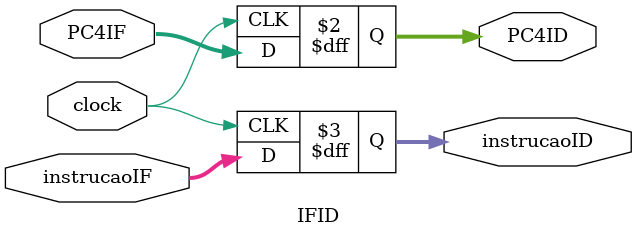
<source format=v>
module IFID(clock, PC4IF, instrucaoIF, PC4ID, instrucaoID);
    input clock;
    input [31:0]PC4IF;
    input [31:0]instrucaoIF;

    output reg [31:0]PC4ID;
    output reg [31:0]instrucaoID;

    always @(posedge clock)begin
      PC4ID = PC4IF;
      instrucaoID = instrucaoIF;
    end

endmodule 
</source>
